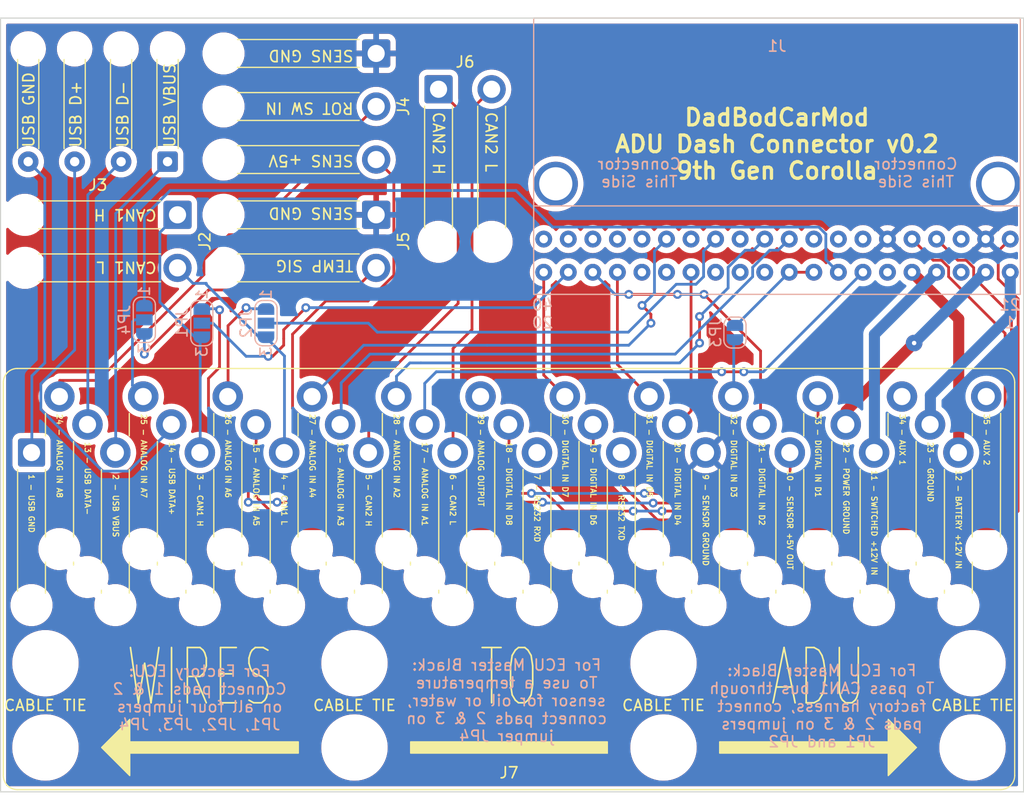
<source format=kicad_pcb>
(kicad_pcb (version 20211014) (generator pcbnew)
  (title_block (title "Corolla 9th Gen ADU Dash Connector") (date "2024-01-14") (rev "v0.2") (company "DadBodCarMod LLC") (comment 1 "Toyota 9th Gen Corolla (With or Without Drive-By-Wire)") (comment 2 "ECU Masters Advanced Display Unit (ADU)") (comment 3 "Without Anti-lock Brake System (ABS)") (comment 4 "Options for ECU Masters EMU Black or factory ECU"))
  (layers (0 "F.Cu" signal) (31 "B.Cu" signal) (34 "B.Paste" user) (35 "F.Paste" user) (36 "B.SilkS" user "B.Silkscreen") (37 "F.SilkS" user "F.Silkscreen") (38 "B.Mask" user) (39 "F.Mask" user) (44 "Edge.Cuts" user))
  (net 0 "")
  (net 1 "GND (B)")
  (net 2 "POWER GND (B)")
  (net 4 "SWITCHED 12V (R)")
  (net 5 "BATTERY 12V (R)")
  (net 7 "FUEL LEVEL (Y)")
  (net 8 "WATER TEMP (Y-R)")
  (net 9 "SPEED SENDOR (W-G)")
  (net 13 "HIGH BEAMS (L)")
  (net 16 "DOOR AJAR DRIVER (GR)")
  (net 17 "RUNNING LIGHTS (G)")
  (net 18 "TACHOMETER (B)")
  (net 19 "DOOR AJAR OTHERS (GR)")
  (net 20 "OIL PRES SW (W)")
  (net 21 "SENSOR GND (BR)")
  (net 23 "LEFT TURN (G)")
  (net 24 "RIGHT TURN (Y)")
  (net 28 "AMBIENT TEMP (L)")
  (net 29 "~ALTERNATOR (Y)")
  (net 31 "MALFUNCTION LAMP (R-Y)")
  (net 33 "BRAKE FLUID LEVEL (W)")
  (net 39 "CAN1.H (V)")
  (net 40 "CAN1.L (O)")
  (net 41 "USB VBUS (R)")
  (net 42 "USB DATA- (G)")
  (net 43 "USB DATA+ (W)")
  (net 44 "USB GND (B)")
  (net 45 "ROTARY SW (G)")
  (net 46 "SENSOR 5V (R)")
  (net 47 "OIL{slash}WATER TEMP CONN")
  (net 48 "CAN2.H")
  (net 49 "CAN2.L")
  (net 52 "A7 - OIL{slash}WATER TEMP")
  (net 53 "A6 - BAD LAMP")
  (net 55 "D3 - SPEED")
  (net 56 "D1 - RPM")
  (footprint "Connector_Wire:SolderWire-0.75sqmm_1x02_P4.8mm_D1.25mm_OD2.3mm_Relief" (layer "F.Cu") (at 109.6 46.44)
    (fp_text reference "J6" (at 2.4 -2.47) (layer "F.SilkS"))
    (fp_text value "CAN Bus Two (Optional)")
    (pad "" np_thru_hole circle (at 4.8 13.8) (size 2.8 2.8) (drill 2.8) (layers *.Cu *.Mask))
    (pad "" np_thru_hole circle (at 0 13.8) (size 2.8 2.8) (drill 2.8) (layers *.Cu *.Mask))
    (pad "1" thru_hole roundrect (at 0 0) (size 2.55 2.55) (drill 1.55) (layers *.Cu *.Mask) (roundrect_rratio 0.09803882353) (net 48 "CAN2.H"))
    (pad "2" thru_hole circle (at 4.8 0) (size 2.55 2.55) (drill 1.55) (layers *.Cu *.Mask) (net 49 "CAN2.L"))
  )
  (footprint "Connector_Wire:SolderWire-0.25sqmm_1x04_P4.2mm_D0.65mm_OD1.7mm_Relief" (layer "F.Cu") (at 85.1 52.99 180)
    (fp_text reference "J3" (at 6.3 -2.12) (layer "F.SilkS"))
    (fp_text value "USB Connector (Optional)")
    (pad "" np_thru_hole circle (at 8.4 10.2 180) (size 2.2 2.2) (drill 2.2) (layers *.Cu *.Mask))
    (pad "" np_thru_hole circle (at 12.6 10.2 180) (size 2.2 2.2) (drill 2.2) (layers *.Cu *.Mask))
    (pad "" np_thru_hole circle (at 0 10.2 180) (size 2.2 2.2) (drill 2.2) (layers *.Cu *.Mask))
    (pad "" np_thru_hole circle (at 4.2 10.2 180) (size 2.2 2.2) (drill 2.2) (layers *.Cu *.Mask))
    (pad "1" thru_hole roundrect (at 0 0 180) (size 1.85 1.85) (drill 0.85) (layers *.Cu *.Mask) (roundrect_rratio 0.1351351351) (net 41 "USB VBUS (R)"))
    (pad "2" thru_hole circle (at 4.2 0 180) (size 1.85 1.85) (drill 0.85) (layers *.Cu *.Mask) (net 42 "USB DATA- (G)"))
    (pad "3" thru_hole circle (at 8.4 0 180) (size 1.85 1.85) (drill 0.85) (layers *.Cu *.Mask) (net 43 "USB DATA+ (W)"))
    (pad "4" thru_hole circle (at 12.6 0 180) (size 1.85 1.85) (drill 0.85) (layers *.Cu *.Mask) (net 44 "USB GND (B)"))
  )
  (footprint "ecumaster:Wires for ADU Connector" (layer "F.Cu") (at 102 67.89)
    (fp_text reference "J7" (at 13.97 40.386 unlocked) (layer "F.SilkS"))
    (fp_text value "ADU_Connector")
    (fp_text user "21 - DIGITAL IN D2" (at 36.83 10.414 -90 unlocked) (layer "F.SilkS") (effects (font (size 0.5 0.5) (thickness 0.1)) (justify left)))
    (fp_text user "33 - DIGITAL IN D1" (at 41.91 7.874 -90 unlocked) (layer "F.SilkS") (effects (font (size 0.5 0.5) (thickness 0.1)) (justify left)))
    (fp_text user "14 - USB DATA+" (at -16.51 10.414 -90 unlocked) (layer "F.SilkS") (effects (font (size 0.5 0.5) (thickness 0.1)) (justify left)))
    (fp_text user "25 - ANALOG IN A7" (at -19.05 7.874 -90 unlocked) (layer "F.SilkS") (effects (font (size 0.5 0.5) (thickness 0.1)) (justify left)))
    (fp_text user "29 - ANALOG OUTPUT" (at 11.43 7.874 -90 unlocked) (layer "F.SilkS") (effects (font (size 0.5 0.5) (thickness 0.1)) (justify left)))
    (fp_text user "15 - ANALOG IN A5" (at -8.89 10.414 -90 unlocked) (layer "F.SilkS") (effects (font (size 0.5 0.5) (thickness 0.1)) (justify left)))
    (fp_text user " 1 - USB GND" (at -29.21 12.954 -90 unlocked) (layer "F.SilkS") (effects (font (size 0.5 0.5) (thickness 0.1)) (justify left)))
    (fp_text user " 2 - USB VBUS" (at -21.59 12.954 -90 unlocked) (layer "F.SilkS") (effects (font (size 0.5 0.5) (thickness 0.1)) (justify left)))
    (fp_text user "32 - DIGITAL IN D3" (at 34.29 7.874 -90 unlocked) (layer "F.SilkS") (effects (font (size 0.5 0.5) (thickness 0.1)) (justify left)))
    (fp_text user " 4 - CAN1 L" (at -6.35 12.954 -90 unlocked) (layer "F.SilkS") (effects (font (size 0.5 0.5) (thickness 0.1)) (justify left)))
    (fp_text user "22 - POWER GROUND" (at 44.45 10.414 -90 unlocked) (layer "F.SilkS") (effects (font (size 0.5 0.5) (thickness 0.1)) (justify left)))
    (fp_text user " 3 - CAN1 H" (at -13.97 12.954 -90 unlocked) (layer "F.SilkS") (effects (font (size 0.5 0.5) (thickness 0.1)) (justify left)))
    (fp_text user "16 - ANALOG IN A3" (at -1.27 10.414 -90 unlocked) (layer "F.SilkS") (effects (font (size 0.5 0.5) (thickness 0.1)) (justify left)))
    (fp_text user " 9 - SENSOR GROUND" (at 31.75 12.954 -90 unlocked) (layer "F.SilkS") (effects (font (size 0.5 0.5) (thickness 0.1)) (justify left)))
    (fp_text user "23 - GROUND" (at 52.07 10.414 -90 unlocked) (layer "F.SilkS") (effects (font (size 0.5 0.5) (thickness 0.1)) (justify left)))
    (fp_text user "CABLE TIE" (at -27.94 34.29 unlocked) (layer "F.SilkS"))
    (fp_text user "26 - ANALOG IN A6" (at -11.43 7.874 -90 unlocked) (layer "F.SilkS") (effects (font (size 0.5 0.5) (thickness 0.1)) (justify left)))
    (fp_text user "24 - ANALOG IN A8" (at -26.67 7.874 -90 unlocked) (layer "F.SilkS") (effects (font (size 0.5 0.5) (thickness 0.1)) (justify left)))
    (fp_text user "13 - USB DATA-" (at -24.13 10.414 -90 unlocked) (layer "F.SilkS") (effects (font (size 0.5 0.5) (thickness 0.1)) (justify left)))
    (fp_text user "CABLE TIE" (at 0 34.29 unlocked) (layer "F.SilkS"))
    (fp_text user "WIRES" (at -13.97 31.75 unlocked) (layer "F.SilkS") (effects (font (size 5 3))))
    (fp_text user "10 - SENSOR +5V OUT" (at 39.37 12.954 -90 unlocked) (layer "F.SilkS") (effects (font (size 0.5 0.5) (thickness 0.1)) (justify left)))
    (fp_text user "20 - DIGITAL IN D4" (at 29.21 10.414 -90 unlocked) (layer "F.SilkS") (effects (font (size 0.5 0.5) (thickness 0.1)) (justify left)))
    (fp_text user "ADU" (at 41.91 31.75 unlocked) (layer "F.SilkS") (effects (font (size 5 3))))
    (fp_text user "19 - DIGITAL IN D6" (at 21.59 10.414 -90 unlocked) (layer "F.SilkS") (effects (font (size 0.5 0.5) (thickness 0.1)) (justify left)))
    (fp_text user "CABLE TIE" (at 55.88 34.29 unlocked) (layer "F.SilkS"))
    (fp_text user "CABLE TIE" (at 27.94 34.29 unlocked) (layer "F.SilkS"))
    (fp_text user "27 - ANALOG IN A4" (at -3.81 7.874 -90 unlocked) (layer "F.SilkS") (effects (font (size 0.5 0.5) (thickness 0.1)) (justify left)))
    (fp_text user "11 - SWITCHED +12V IN" (at 46.99 12.954 -90 unlocked) (layer "F.SilkS") (effects (font (size 0.5 0.5) (thickness 0.1)) (justify left)))
    (fp_text user "12 - BATTERY +12V IN" (at 54.61 12.954 -90 unlocked) (layer "F.SilkS") (effects (font (size 0.5 0.5) (thickness 0.1)) (justify left)))
    (fp_text user "30 - DIGITAL IN D7" (at 19.05 7.874 -90 unlocked) (layer "F.SilkS") (effects (font (size 0.5 0.5) (thickness 0.1)) (justify left)))
    (fp_text user " 7 - RS232 RXD" (at 16.51 12.954 -90 unlocked) (layer "F.SilkS") (effects (font (size 0.5 0.5) (thickness 0.1)) (justify left)))
    (fp_text user " 6 - CAN2 L" (at 8.89 12.954 -90 unlocked) (layer "F.SilkS") (effects (font (size 0.5 0.5) (thickness 0.1)) (justify left)))
    (fp_text user "28 - ANALOG IN A2" (at 3.81 7.874 -90 unlocked) (layer "F.SilkS") (effects (font (size 0.5 0.5) (thickness 0.1)) (justify left)))
    (fp_text user " 5 - CAN2 H" (at 1.27 12.954 -90 unlocked) (layer "F.SilkS") (effects (font (size 0.5 0.5) (thickness 0.1)) (justify left)))
    (fp_text user "34 - AUX 1" (at 49.53 7.874 -90 unlocked) (layer "F.SilkS") (effects (font (size 0.5 0.5) (thickness 0.1)) (justify left)))
    (fp_text user "17 - ANALOG IN A1" (at 6.35 10.414 -90 unlocked) (layer "F.SilkS") (effects (font (size 0.5 0.5) (thickness 0.1)) (justify left)))
    (fp_text user "TO" (at 13.97 31.75 unlocked) (layer "F.SilkS") (effects (font (size 5 3))))
    (fp_text user " 8 - RS232 TXD" (at 24.13 12.954 -90 unlocked) (layer "F.SilkS") (effects (font (size 0.5 0.5) (thickness 0.1)) (justify left)))
    (fp_text user "35 - AUX 2" (at 57.15 7.874 -90 unlocked) (layer "F.SilkS") (effects (font (size 0.5 0.5) (thickness 0.1)) (justify left)))
    (fp_text user "31 - DIGITAL IN D5" (at 26.67 7.874 -90 unlocked) (layer "F.SilkS") (effects (font (size 0.5 0.5) (thickness 0.1)) (justify left)))
    (fp_text user "18 - DIGITAL IN D8" (at 13.97 10.414 -90 unlocked) (layer "F.SilkS") (effects (font (size 0.5 0.5) (thickness 0.1)) (justify left)))
    (pad "" np_thru_hole circle (at 36.8 22.679) (size 2.8 2.8) (drill 2.8) (layers *.Cu *.Mask))
    (pad "" np_thru_hole circle (at 16.5 25.219) (size 2.8 2.8) (drill 2.8) (layers *.Cu *.Mask))
    (pad "" np_thru_hole circle (at 6.32 22.679) (size 2.8 2.8) (drill 2.8) (layers *.Cu *.Mask))
    (pad "" np_thru_hole circle (at 13.94 22.679) (size 2.8 2.8) (drill 2.8) (layers *.Cu *.Mask))
    (pad "" np_thru_hole circle (at -6.36 25.219) (size 2.8 2.8) (drill 2.8) (layers *.Cu *.Mask))
    (pad "" np_thru_hole circle (at -21.62 25.219) (size 2.8 2.8) (drill 2.8) (layers *.Cu *.Mask))
    (pad "" np_thru_hole circle (at -24.14 22.679) (size 2.8 2.8) (drill 2.8) (layers *.Cu *.Mask))
    (pad "" np_thru_hole circle (at 27.94 30.48) (size 5 5) (drill 5) (layers F&B.Cu *.Mask))
    (pad "" np_thru_hole circle (at 55.88 38.1) (size 5 5) (drill 5) (layers F&B.Cu *.Mask))
    (pad "" np_thru_hole circle (at -13.98 25.219) (size 2.8 2.8) (drill 2.8) (layers *.Cu *.Mask))
    (pad "" np_thru_hole circle (at 44.42 22.679) (size 2.8 2.8) (drill 2.8) (layers *.Cu *.Mask))
    (pad "" np_thru_hole circle (at 39.36 25.219) (size 2.8 2.8) (drill 2.8) (layers *.Cu *.Mask))
    (pad "" np_thru_hole circle (at 29.18 22.679) (size 2.8 2.8) (drill 2.8) (layers *.Cu *.Mask))
    (pad "" np_thru_hole circle (at -26.68 20.15) (size 2.8 2.8) (drill 2.8) (layers *.Cu *.Mask))
    (pad "" np_thru_hole circle (at 27.94 38.1) (size 5 5) (drill 5) (layers F&B.Cu *.Mask))
    (pad "" np_thru_hole circle (at 8.88 25.219) (size 2.8 2.8) (drill 2.8) (layers *.Cu *.Mask))
    (pad "" np_thru_hole circle (at 24.12 25.219) (size 2.8 2.8) (drill 2.8) (layers *.Cu *.Mask))
    (pad "" np_thru_hole circle (at -16.56 22.679) (size 2.8 2.8) (drill 2.8) (layers *.Cu *.Mask))
    (pad "" np_thru_hole circle (at 0 38.1) (size 5 5) (drill 5) (layers F&B.Cu *.Mask))
    (pad "" np_thru_hole circle (at 19.02 20.15) (size 2.8 2.8) (drill 2.8) (layers *.Cu *.Mask))
    (pad "" np_thru_hole circle (at 54.6 25.219) (size 2.8 2.8) (drill 2.8) (layers *.Cu *.Mask))
    (pad "" np_thru_hole circle (at -3.84 20.15) (size 2.8 2.8) (drill 2.8) (layers *.Cu *.Mask))
    (pad "" np_thru_hole circle (at 1.26 25.219) (size 2.8 2.8) (drill 2.8) (layers *.Cu *.Mask))
    (pad "" np_thru_hole circle (at 26.64 20.15) (size 2.8 2.8) (drill 2.8) (layers *.Cu *.Mask))
    (pad "" np_thru_hole circle (at 3.78 20.15) (size 2.8 2.8) (drill 2.8) (layers *.Cu *.Mask))
    (pad "" np_thru_hole circle (at -29.2 25.219) (size 2.8 2.8) (drill 2.8) (layers *.Cu *.Mask))
    (pad "" np_thru_hole circle (at -11.46 20.15) (size 2.8 2.8) (drill 2.8) (layers *.Cu *.Mask))
    (pad "" np_thru_hole circle (at 21.56 22.679) (size 2.8 2.8) (drill 2.8) (layers *.Cu *.Mask))
    (pad "" np_thru_hole circle (at 41.88 20.15) (size 2.8 2.8) (drill 2.8) (layers *.Cu *.Mask))
    (pad "" np_thru_hole circle (at 52.04 22.679) (size 2.8 2.8) (drill 2.8) (layers *.Cu *.Mask))
    (pad "" np_thru_hole circle (at -8.92 22.679) (size 2.8 2.8) (drill 2.8) (layers *.Cu *.Mask))
    (pad "" np_thru_hole circle (at 46.98 25.219) (size 2.8 2.8) (drill 2.8) (layers *.Cu *.Mask))
    (pad "" np_thru_hole circle (at -27.94 30.48) (size 5 5) (drill 5) (layers F&B.Cu *.Mask))
    (pad "" np_thru_hole circle (at 55.88 30.48) (size 5 5) (drill 5) (layers F&B.Cu *.Mask))
    (pad "" np_thru_hole circle (at 31.74 25.219) (size 2.8 2.8) (drill 2.8) (layers *.Cu *.Mask))
    (pad "" np_thru_hole circle (at 34.26 20.15) (size 2.8 2.8) (drill 2.8) (layers *.Cu *.Mask))
    (pad "" np_thru_hole circle (at 0 30.48) (size 5 5) (drill 5) (layers F&B.Cu *.Mask))
    (pad "" np_thru_hole circle (at -1.3 22.679) (size 2.8 2.8) (drill 2.8) (layers *.Cu *.Mask))
    (pad "" np_thru_hole circle (at 49.5 20.15) (size 2.8 2.8) (drill 2.8) (layers *.Cu *.Mask))
    (pad "" np_thru_hole circle (at 11.4 20.15) (size 2.8 2.8) (drill 2.8) (layers *.Cu *.Mask))
    (pad "" np_thru_hole circle (at -27.94 38.1) (size 5 5) (drill 5) (layers F&B.Cu *.Mask))
    (pad "" np_thru_hole circle (at -19.1 20.15) (size 2.8 2.8) (drill 2.8) (layers *.Cu *.Mask))
    (pad "" np_thru_hole circle (at 57.12 20.15) (size 2.8 2.8) (drill 2.8) (layers *.Cu *.Mask))
    (pad "1" thru_hole roundrect (at -29.2 11.419) (size 2.45 2.55) (drill 1.55) (layers *.Cu *.Mask) (roundrect_rratio 0.09803918367) (net 44 "USB GND (B)"))
    (pad "2" thru_hole circle (at -21.62 11.419) (size 2.75 2.75) (drill 1.55) (layers *.Cu *.Mask) (net 41 "USB VBUS (R)"))
    (pad "3" thru_hole circle (at -13.98 11.419) (size 2.75 2.75) (drill 1.55) (layers *.Cu *.Mask) (net 39 "CAN1.H (V)"))
    (pad "4" thru_hole circle (at -6.36 11.419) (size 2.75 2.75) (drill 1.55) (layers *.Cu *.Mask) (net 40 "CAN1.L (O)"))
    (pad "5" thru_hole circle (at 1.26 11.419) (size 2.75 2.75) (drill 1.55) (layers *.Cu *.Mask) (net 48 "CAN2.H"))
    (pad "6" thru_hole circle (at 8.88 11.419) (size 2.75 2.75) (drill 1.55) (layers *.Cu *.Mask) (net 49 "CAN2.L"))
    (pad "7" thru_hole circle (at 16.5 11.419) (size 2.75 2.75) (drill 1.55) (layers *.Cu *.Mask))
    (pad "8" thru_hole circle (at 24.12 11.419) (size 2.75 2.75) (drill 1.55) (layers *.Cu *.Mask))
    (pad "9" thru_hole circle (at 31.74 11.419) (size 2.75 2.75) (drill 1.55) (layers *.Cu *.Mask) (net 21 "SENSOR GND (BR)"))
    (pad "10" thru_hole circle (at 39.36 11.419) (size 2.75 2.75) (drill 1.55) (layers *.Cu *.Mask) (net 46 "SENSOR 5V (R)"))
    (pad "11" thru_hole circle (at 46.98 11.419) (size 2.75 2.75) (drill 1.55) (layers *.Cu *.Mask) (net 4 "SWITCHED 12V (R)"))
    (pad "12" thru_hole circle (at 54.6 11.419) (size 2.75 2.75) (drill 1.55) (layers *.Cu *.Mask) (net 5 "BATTERY 12V (R)"))
    (pad "13" thru_hole circle (at -24.14 8.879) (size 2.75 2.75) (drill 1.55) (layers *.Cu *.Mask) (net 42 "USB DATA- (G)"))
    (pad "14" thru_hole circle (at -16.56 8.879) (size 2.75 2.75) (drill 1.55) (layers *.Cu *.Mask) (net 43 "USB DATA+ (W)"))
    (pad "15" thru_hole circle (at -8.92 8.879) (size 2.75 2.75) (drill 1.55) (layers *.Cu *.Mask) (net 20 "OIL PRES SW (W)"))
    (pad "16" thru_hole circle (at -1.3 8.879) (size 2.75 2.75) (drill 1.55) (layers *.Cu *.Mask) (net 28 "AMBIENT TEMP (L)"))
    (pad "17" thru_hole circle (at 6.32 8.879) (size 2.75 2.75) (drill 1.55) (layers *.Cu *.Mask) (net 7 "FUEL LEVEL (Y)"))
    (pad "18" thru_hole circle (at 13.94 8.879) (size 2.75 2.75) (drill 1.55) (layers *.Cu *.Mask) (net 24 "RIGHT TURN (Y)"))
    (pad "19" thru_hole circle (at 21.56 8.879) (size 2.75 2.75) (drill 1.55) (layers *.Cu *.Mask) (net 23 "LEFT TURN (G)"))
    (pad "20" thru_hole circle (at 29.18 8.879) (size 2.75 2.75) (drill 1.55) (layers *.Cu *.Mask) (net 13 "HIGH BEAMS (L)"))
    (pad "21" thru_hole circle (at 36.8 8.879) (size 2.75 2.75) (drill 1.55) (layers *.Cu *.Mask) (net 17 "RUNNING LIGHTS (G)"))
    (pad "22" thru_hole circle (at 44.42 8.879) (size 2.75 2.75) (drill 1.55) (layers *.Cu *.Mask) (net 2 "POWER GND (B)"))
    (pad "23" thru_hole circle (at 52.04 8.879) (size 2.75 2.75) (drill 1.55) (layers *.Cu *.Mask) (net 1 "GND (B)"))
    (pad "24" thru_hole circle (at -26.68 6.35) (size 2.75 2.75) (drill 1.55) (layers *.Cu *.Mask) (net 45 "ROTARY SW (G)"))
    (pad "25" thru_hole circle (at -19.1 6.35) (size 2.75 2.75) (drill 1.55) (layers *.Cu *.Mask) (net 52 "A7 - OIL{slash}WATER TEMP"))
    (pad "26" thru_hole circle (at -11.46 6.35) (size 2.75 2.75) (drill 1.55) (layers *.Cu *.Mask) (net 53 "A6 - BAD LAMP"))
    (pad "27" thru_hole circle (at -3.84 6.35) (size 2.75 2.75) (drill 1.55) (layers *.Cu *.Mask) (net 33 "BRAKE FLUID LEVEL (W)"))
    (pad "28" thru_hole circle (at 3.78 6.35) (size 2.75 2.75) (drill 1.55) (layers *.Cu *.Mask) (net 29 "~ALTERNATOR (Y)"))
    (pad "29" thru_hole circle (at 11.4 6.35) (size 2.75 2.75) (drill 1.55) (layers *.Cu *.Mask))
    (pad "30" thru_hole circle (at 19.02 6.35) (size 2.75 2.75) (drill 1.55) (layers *.Cu *.Mask) (net 19 "DOOR AJAR OTHERS (GR)"))
    (pad "31" thru_hole circle (at 26.64 6.35) (size 2.75 2.75) (drill 1.55) (layers *.Cu *.Mask) (net 16 "DOOR AJAR DRIVER (GR)"))
    (pad "32" thru_hole circle (at 34.26 6.35) (size 2.75 2.75) (drill 1.55) (layers *.Cu *.Mask) (net 55 "D3 - SPEED"))
    (pad "33" thru_hole circle (at 41.88 6.35) (size 2.75 2.75) (drill 1.55) (layers *.Cu *.Mask) (net 56 "D1 - RPM"))
    (pad "34" thru_hole circle (at 49.5 6.35) (size 2.75 2.75) (drill 1.55) (layers *.Cu *.Mask))
    (pad "35" thru_hole circle (at 57.12 6.35) (size 2.75 2.75) (drill 1.55) (layers *.Cu *.Mask))
  )
  (footprint "Connector_Wire:SolderWire-0.75sqmm_1x02_P4.8mm_D1.25mm_OD2.3mm_Relief" (layer "F.Cu") (at 103.96 57.8 -90)
    (fp_text reference "J5" (at 2.4 -2.47 90) (layer "F.SilkS"))
    (fp_text value "Oil/Water Temp Sensor (Optional)")
    (pad "" np_thru_hole circle (at 4.8 13.8 270) (size 2.8 2.8) (drill 2.8) (layers *.Cu *.Mask))
    (pad "" np_thru_hole circle (at 0 13.8 270) (size 2.8 2.8) (drill 2.8) (layers *.Cu *.Mask))
    (pad "1" thru_hole roundrect (at 0 0 270) (size 2.55 2.55) (drill 1.55) (layers *.Cu *.Mask) (roundrect_rratio 0.09803882353) (net 21 "SENSOR GND (BR)"))
    (pad "2" thru_hole circle (at 4.8 0 270) (size 2.55 2.55) (drill 1.55) (layers *.Cu *.Mask) (net 47 "OIL{slash}WATER TEMP CONN"))
  )
  (footprint "Connector_Wire:SolderWire-0.75sqmm_1x02_P4.8mm_D1.25mm_OD2.3mm_Relief" (layer "F.Cu") (at 86 57.8 -90)
    (fp_text reference "J2" (at 2.4 -2.47 90) (layer "F.SilkS"))
    (fp_text value "CAN Bus to ECU")
    (pad "" np_thru_hole circle (at 0 13.8 270) (size 2.8 2.8) (drill 2.8) (layers *.Cu *.Mask))
    (pad "" np_thru_hole circle (at 4.8 13.8 270) (size 2.8 2.8) (drill 2.8) (layers *.Cu *.Mask))
    (pad "1" thru_hole roundrect (at 0 0 270) (size 2.55 2.55) (drill 1.55) (layers *.Cu *.Mask) (roundrect_rratio 0.09803882353) (net 39 "CAN1.H (V)"))
    (pad "2" thru_hole circle (at 4.8 0 270) (size 2.55 2.55) (drill 1.55) (layers *.Cu *.Mask) (net 40 "CAN1.L (O)"))
  )
  (footprint "Connector_Wire:SolderWire-0.75sqmm_1x03_P4.8mm_D1.25mm_OD2.3mm_Relief" (layer "F.Cu") (at 103.96 43.2 -90)
    (fp_text reference "J4" (at 4.8 -2.47 90) (layer "F.SilkS"))
    (fp_text value "Rotary Switch (Optional)")
    (pad "" np_thru_hole circle (at 4.8 13.8 270) (size 2.8 2.8) (drill 2.8) (layers *.Cu *.Mask))
    (pad "" np_thru_hole circle (at 0 13.8 270) (size 2.8 2.8) (drill 2.8) (layers *.Cu *.Mask))
    (pad "" np_thru_hole circle (at 9.6 13.8 270) (size 2.8 2.8) (drill 2.8) (layers *.Cu *.Mask))
    (pad "1" thru_hole roundrect (at 0 0 270) (size 2.55 2.55) (drill 1.55) (layers *.Cu *.Mask) (roundrect_rratio 0.09803882353) (net 21 "SENSOR GND (BR)"))
    (pad "2" thru_hole circle (at 4.8 0 270) (size 2.55 2.55) (drill 1.55) (layers *.Cu *.Mask) (net 45 "ROTARY SW (G)"))
    (pad "3" thru_hole circle (at 9.6 0 270) (size 2.55 2.55) (drill 1.55) (layers *.Cu *.Mask) (net 46 "SENSOR 5V (R)"))
  )
  (footprint "Jumper:SolderJumper-3_P1.3mm_Open_RoundedPad1.0x1.5mm_NumberLabels" (layer "B.Cu") (at 83 67.3 -90)
    (fp_text reference "JP4" (at 0 1.8 90) (layer "B.SilkS") (effects (justify mirror)))
    (fp_text value "SolderJumper_3_Open")
    (fp_text user "1" (at -2.6 0 90) (layer "B.SilkS") (effects (justify mirror)))
    (fp_text user "3" (at 2.6 0 90) (layer "B.SilkS") (effects (justify mirror)))
    (pad "1" smd custom (at -1.3 0 270) (size 1 0.5) (layers "B.Cu" "B.Mask") (net 8 "WATER TEMP (Y-R)") (options (clearance outline) (anchor rect)) (primitives (gr_circle (center 0 -0.25) (end 0.5 -0.25) (width 0) (fill yes)) (gr_circle (center 0 0.25) (end 0.5 0.25) (width 0) (fill yes)) (gr_poly (pts (xy 0.55 -0.75) (xy 0 -0.75) (xy 0 0.75) (xy 0.55 0.75)) (width 0) (fill yes))))
    (pad "2" smd rect (at 0 0 270) (size 1 1.5) (layers "B.Cu" "B.Mask") (net 52 "A7 - OIL{slash}WATER TEMP"))
    (pad "3" smd custom (at 1.3 0 270) (size 1 0.5) (layers "B.Cu" "B.Mask") (net 47 "OIL{slash}WATER TEMP CONN") (options (clearance outline) (anchor rect)) (primitives (gr_circle (center 0 -0.25) (end 0.5 -0.25) (width 0) (fill yes)) (gr_circle (center 0 0.25) (end 0.5 0.25) (width 0) (fill yes)) (gr_poly (pts (xy 0 -0.75) (xy -0.55 -0.75) (xy -0.55 0.75) (xy 0 0.75)) (width 0) (fill yes))))
  )
  (footprint "toyota:2006 Corolla Dash Connector" (layer "B.Cu") (at 140.2 39.995 180)
    (fp_text reference "J1" (at 0 -2.54 unlocked) (layer "B.SilkS") (effects (justify mirror)))
    (fp_text value "Corolla Dash Connector")
    (pad "" thru_hole circle (at 20 -15) (size 4 4) (drill 3) (layers *.Cu *.Mask))
    (pad "" thru_hole circle (at -20 -15) (size 4 4) (drill 3) (layers *.Cu *.Mask))
    (pad "1" thru_hole circle (at -21.09 -23) (size 1.524 1.524) (drill 0.762) (layers *.Cu *.Mask) (net 1 "GND (B)"))
    (pad "2" thru_hole circle (at -18.87 -23) (size 1.524 1.524) (drill 0.762) (layers *.Cu *.Mask) (net 2 "POWER GND (B)"))
    (pad "3" thru_hole circle (at -16.65 -23) (size 1.524 1.524) (drill 0.762) (layers *.Cu *.Mask))
    (pad "4" thru_hole circle (at -14.43 -23) (size 1.524 1.524) (drill 0.762) (layers *.Cu *.Mask) (net 4 "SWITCHED 12V (R)"))
    (pad "5" thru_hole circle (at -12.21 -23) (size 1.524 1.524) (drill 0.762) (layers *.Cu *.Mask) (net 5 "BATTERY 12V (R)"))
    (pad "6" thru_hole circle (at -9.99 -23) (size 1.524 1.524) (drill 0.762) (layers *.Cu *.Mask))
    (pad "7" thru_hole circle (at -7.77 -23) (size 1.524 1.524) (drill 0.762) (layers *.Cu *.Mask) (net 7 "FUEL LEVEL (Y)"))
    (pad "8" thru_hole circle (at -5.55 -23) (size 1.524 1.524) (drill 0.762) (layers *.Cu *.Mask) (net 8 "WATER TEMP (Y-R)"))
    (pad "9" thru_hole circle (at -3.33 -23) (size 1.524 1.524) (drill 0.762) (layers *.Cu *.Mask) (net 9 "SPEED SENDOR (W-G)"))
    (pad "10" thru_hole circle (at -1.11 -23) (size 1.524 1.524) (drill 0.762) (layers *.Cu *.Mask) (net 9 "SPEED SENDOR (W-G)"))
    (pad "11" thru_hole circle (at 1.11 -23) (size 1.524 1.524) (drill 0.762) (layers *.Cu *.Mask))
    (pad "12" thru_hole circle (at 3.33 -23) (size 1.524 1.524) (drill 0.762) (layers *.Cu *.Mask))
    (pad "13" thru_hole circle (at 5.55 -23) (size 1.524 1.524) (drill 0.762) (layers *.Cu *.Mask))
    (pad "14" thru_hole circle (at 7.77 -23) (size 1.524 1.524) (drill 0.762) (layers *.Cu *.Mask) (net 13 "HIGH BEAMS (L)"))
    (pad "15" thru_hole circle (at 9.99 -23) (size 1.524 1.524) (drill 0.762) (layers *.Cu *.Mask))
    (pad "16" thru_hole circle (at 12.21 -23) (size 1.524 1.524) (drill 0.762) (layers *.Cu *.Mask))
    (pad "17" thru_hole circle (at 14.43 -23) (size 1.524 1.524) (drill 0.762) (layers *.Cu *.Mask) (net 16 "DOOR AJAR DRIVER (GR)"))
    (pad "18" thru_hole circle (at 16.65 -23) (size 1.524 1.524) (drill 0.762) (layers *.Cu *.Mask) (net 17 "RUNNING LIGHTS (G)"))
    (pad "19" thru_hole circle (at 18.87 -23) (size 1.524 1.524) (drill 0.762) (layers *.Cu *.Mask) (net 18 "TACHOMETER (B)"))
    (pad "20" thru_hole circle (at 21.09 -23) (size 1.524 1.524) (drill 0.762) (layers *.Cu *.Mask) (net 19 "DOOR AJAR OTHERS (GR)"))
    (pad "21" thru_hole circle (at -21.09 -20) (size 1.524 1.524) (drill 0.762) (layers *.Cu *.Mask) (net 20 "OIL PRES SW (W)"))
    (pad "22" thru_hole circle (at -18.87 -20) (size 1.524 1.524) (drill 0.762) (layers *.Cu *.Mask) (net 21 "SENSOR GND (BR)"))
    (pad "23" thru_hole circle (at -16.65 -20) (size 1.524 1.524) (drill 0.762) (layers *.Cu *.Mask))
    (pad "24" thru_hole circle (at -14.43 -20) (size 1.524 1.524) (drill 0.762) (layers *.Cu *.Mask) (net 23 "LEFT TURN (G)"))
    (pad "25" thru_hole circle (at -12.21 -20) (size 1.524 1.524) (drill 0.762) (layers *.Cu *.Mask) (net 24 "RIGHT TURN (Y)"))
    (pad "26" thru_hole circle (at -9.99 -20) (size 1.524 1.524) (drill 0.762) (layers *.Cu *.Mask) (net 21 "SENSOR GND (BR)"))
    (pad "27" thru_hole circle (at -7.77 -20) (size 1.524 1.524) (drill 0.762) (layers *.Cu *.Mask))
    (pad "28" thru_hole circle (at -5.55 -20) (size 1.524 1.524) (drill 0.762) (layers *.Cu *.Mask))
    (pad "29" thru_hole circle (at -3.33 -20) (size 1.524 1.524) (drill 0.762) (layers *.Cu *.Mask))
    (pad "30" thru_hole circle (at -1.11 -20) (size 1.524 1.524) (drill 0.762) (layers *.Cu *.Mask) (net 28 "AMBIENT TEMP (L)"))
    (pad "31" thru_hole circle (at 1.11 -20) (size 1.524 1.524) (drill 0.762) (layers *.Cu *.Mask) (net 29 "~ALTERNATOR (Y)"))
    (pad "32" thru_hole circle (at 3.33 -20) (size 1.524 1.524) (drill 0.762) (layers *.Cu *.Mask))
    (pad "33" thru_hole circle (at 5.55 -20) (size 1.524 1.524) (drill 0.762) (layers *.Cu *.Mask) (net 31 "MALFUNCTION LAMP (R-Y)"))
    (pad "34" thru_hole circle (at 7.77 -20) (size 1.524 1.524) (drill 0.762) (layers *.Cu *.Mask))
    (pad "35" thru_hole circle (at 9.99 -20) (size 1.524 1.524) (drill 0.762) (layers *.Cu *.Mask) (net 33 "BRAKE FLUID LEVEL (W)"))
    (pad "36" thru_hole circle (at 12.21 -20) (size 1.524 1.524) (drill 0.762) (layers *.Cu *.Mask))
    (pad "37" thru_hole circle (at 14.43 -20) (size 1.524 1.524) (drill 0.762) (layers *.Cu *.Mask))
    (pad "38" thru_hole circle (at 16.65 -20) (size 1.524 1.524) (drill 0.762) (layers *.Cu *.Mask))
    (pad "39" thru_hole circle (at 18.87 -20) (size 1.524 1.524) (drill 0.762) (layers *.Cu *.Mask))
    (pad "40" thru_hole circle (at 21.09 -20) (size 1.524 1.524) (drill 0.762) (layers *.Cu *.Mask))
  )
  (footprint "Jumper:SolderJumper-2_P1.3mm_Open_RoundedPad1.0x1.5mm" (layer "B.Cu") (at 136.4 68.45 90)
    (fp_text reference "JP3" (at 0 -1.75 90) (layer "B.SilkS") (effects (justify mirror)))
    (fp_text value "SolderJumper_2_Open")
    (pad "1" smd custom (at -0.65 0 90) (size 1 0.5) (layers "B.Cu" "B.Mask") (net 55 "D3 - SPEED") (options (clearance outline) (anchor rect)) (primitives (gr_circle (center 0 -0.25) (end 0.5 -0.25) (width 0) (fill yes)) (gr_circle (center 0 0.25) (end 0.5 0.25) (width 0) (fill yes)) (gr_poly (pts (xy 0.5 -0.75) (xy 0 -0.75) (xy 0 0.75) (xy 0.5 0.75)) (width 0) (fill yes))))
    (pad "2" smd custom (at 0.65 0 90) (size 1 0.5) (layers "B.Cu" "B.Mask") (net 9 "SPEED SENDOR (W-G)") (options (clearance outline) (anchor rect)) (primitives (gr_circle (center 0 -0.25) (end 0.5 -0.25) (width 0) (fill yes)) (gr_circle (center 0 0.25) (end 0.5 0.25) (width 0) (fill yes)) (gr_poly (pts (xy 0 -0.75) (xy -0.5 -0.75) (xy -0.5 0.75) (xy 0 0.75)) (width 0) (fill yes))))
  )
  (footprint "Jumper:SolderJumper-3_P1.3mm_Open_RoundedPad1.0x1.5mm_NumberLabels" (layer "B.Cu") (at 88.2 67.6 -90)
    (fp_text reference "JP1" (at 0 1.8 90) (layer "B.SilkS") (effects (justify mirror)))
    (fp_text value "SolderJumper_3_Open")
    (fp_text user "3" (at 2.6 0 90) (layer "B.SilkS") (effects (justify mirror)))
    (fp_text user "1" (at -2.6 0 90) (layer "B.SilkS") (effects (justify mirror)))
    (pad "1" smd custom (at -1.3 0 270) (size 1 0.5) (layers "B.Cu" "B.Mask") (net 56 "D1 - RPM") (options (clearance outline) (anchor rect)) (primitives (gr_circle (center 0 -0.25) (end 0.5 -0.25) (width 0) (fill yes)) (gr_circle (center 0 0.25) (end 0.5 0.25) (width 0) (fill yes)) (gr_poly (pts (xy 0.55 -0.75) (xy 0 -0.75) (xy 0 0.75) (xy 0.55 0.75)) (width 0) (fill yes))))
    (pad "2" smd rect (at 0 0 270) (size 1 1.5) (layers "B.Cu" "B.Mask") (net 18 "TACHOMETER (B)"))
    (pad "3" smd custom (at 1.3 0 270) (size 1 0.5) (layers "B.Cu" "B.Mask") (net 39 "CAN1.H (V)") (options (clearance outline) (anchor rect)) (primitives (gr_circle (center 0 -0.25) (end 0.5 -0.25) (width 0) (fill yes)) (gr_circle (center 0 0.25) (end 0.5 0.25) (width 0) (fill yes)) (gr_poly (pts (xy 0 -0.75) (xy -0.55 -0.75) (xy -0.55 0.75) (xy 0 0.75)) (width 0) (fill yes))))
  )
  (footprint "Jumper:SolderJumper-3_P1.3mm_Open_RoundedPad1.0x1.5mm_NumberLabels" (layer "B.Cu") (at 94 67.6 -90)
    (fp_text reference "JP2" (at 0 1.8 90) (layer "B.SilkS") (effects (justify mirror)))
    (fp_text value "SolderJumper_3_Open")
    (fp_text user "1" (at -2.6 0 90) (layer "B.SilkS") (effects (justify mirror)))
    (fp_text user "3" (at 2.6 0 90) (layer "B.SilkS") (effects (justify mirror)))
    (pad "1" smd custom (at -1.3 0 270) (size 1 0.5) (layers "B.Cu" "B.Mask") (net 53 "A6 - BAD LAMP") (options (clearance outline) (anchor rect)) (primitives (gr_circle (center 0 -0.25) (end 0.5 -0.25) (width 0) (fill yes)) (gr_circle (center 0 0.25) (end 0.5 0.25) (width 0) (fill yes)) (gr_poly (pts (xy 0.55 -0.75) (xy 0 -0.75) (xy 0 0.75) (xy 0.55 0.75)) (width 0) (fill yes))))
    (pad "2" smd rect (at 0 0 270) (size 1 1.5) (layers "B.Cu" "B.Mask") (net 31 "MALFUNCTION LAMP (R-Y)"))
    (pad "3" smd custom (at 1.3 0 270) (size 1 0.5) (layers "B.Cu" "B.Mask") (net 40 "CAN1.L (O)") (options (clearance outline) (anchor rect)) (primitives (gr_circle (center 0 -0.25) (end 0.5 -0.25) (width 0) (fill yes)) (gr_circle (center 0 0.25) (end 0.5 0.25) (width 0) (fill yes)) (gr_poly (pts (xy 0 -0.75) (xy -0.55 -0.75) (xy -0.55 0.75) (xy 0 0.75)) (width 0) (fill yes))))
  )
  (gr_line (start 70 40) (end 162.5 40) (layer "Edge.Cuts") (width 0.1))
  (gr_line (start 162.5 40) (end 162.5 110) (layer "Edge.Cuts") (width 0.1))
  (gr_line (start 70 110) (end 162.5 110) (layer "Edge.Cuts") (width 0.1))
  (gr_line (start 70 40) (end 70 110) (layer "Edge.Cuts") (width 0.1))
  (gr_text "DadBodCarMod\nADU Dash Connector v0.2\n9th Gen Corolla" (at 140.2 51.4) (layer "F.Cu") (effects (font (size 1.5 1.5) (thickness 0.3))))
  (gr_text "For Factory ECU:\nConnect pads 1 & 2\non all four jumpers\nJP1, JP2, JP3, JP4" (at 88 101.5) (layer "B.SilkS") (effects (font (size 1 1)) (justify mirror)))
  (gr_text "For ECU Master Black:\nTo use a temperature\nsensor for oil or water,\nconnect pads 2 & 3 on\njumper JP4" (at 115.75 101.75) (layer "B.SilkS") (effects (font (size 1 1)) (justify mirror)))
  (gr_text "For ECU Master Black:\nTo pass CAN1 bus through\nfactory harness, connect\npads 2 & 3 on jumpers\nJP1 and JP2" (at 144.25 102.25) (layer "B.SilkS") (effects (font (size 1 1)) (justify mirror)))
  (gr_text "Connector\nThis Side" (at 127.75 54) (layer "B.SilkS") (effects (font (size 1 1)) (justify mirror)))
  (gr_text "21\n1" (at 161.25 66.75) (layer "B.SilkS") (effects (font (size 1 1)) (justify mirror)))
  (gr_text "Connector\nThis Side" (at 152.75 54) (layer "B.SilkS") (effects (font (size 1 1)) (justify mirror)))
  (gr_text "40\n20" (at 119 66.75) (layer "B.SilkS") (effects (font (size 1 1)) (justify mirror)))
  (gr_text "SENS +5V" (at 102 52.9 180) (layer "F.SilkS") (effects (font (size 1 1)) (justify left)))
  (gr_text "DadBodCarMod\nADU Dash Connector v0.2\n9th Gen Corolla" (at 140.2 51.4) (layer "F.SilkS") (effects (font (size 1.5 1.5) (thickness 0.3))))
  (gr_text "TEMP SIG" (at 102 62.4 180) (layer "F.SilkS") (effects (font (size 1 1)) (justify left)))
  (gr_text "CAN1 L" (at 84.2 62.55 180) (layer "F.SilkS") (effects (font (size 1 1)) (justify left)))
  (gr_text "CAN2 L" (at 114.35 48.4 270) (layer "F.SilkS") (effects (font (size 1 1)) (justify left)))
  (gr_text "USB D+" (at 76.8 51.8 90) (layer "F.SilkS") (effects (font (size 1 1)) (justify left)))
  (gr_text "CAN1 H" (at 84.2 57.8 180) (layer "F.SilkS") (effects (font (size 1 1)) (justify left)))
  (gr_text "USB GND" (at 72.55 51.8 90) (layer "F.SilkS") (effects (font (size 1 1)) (justify left)))
  (gr_text "USB D-" (at 81.05 51.805 90) (layer "F.SilkS") (effects (font (size 1 1)) (justify left)))
  (gr_text "SENS GND" (at 102 43.4 180) (layer "F.SilkS") (effects (font (size 1 1)) (justify left)))
  (gr_text "CAN2 H" (at 109.6 48.4 270) (layer "F.SilkS") (effects (font (size 1 1)) (justify left)))
  (gr_text "SENS GND" (at 102 57.65 180) (layer "F.SilkS") (effects (font (size 1 1)) (justify left)))
  (gr_text "ROT SW IN" (at 102 48.15 180) (layer "F.SilkS") (effects (font (size 1 1)) (justify left)))
  (gr_text "USB VBUS" (at 85.3 51.805 90) (layer "F.SilkS") (effects (font (size 1 1)) (justify left)))
  (segment (start 161.29 62.995) (end 161.29 66.91) (width 1) (layer "B.Cu") (net 1))
  (segment (start 161.29 66.91) (end 154.07 74.13) (width 1) (layer "B.Cu") (net 1))
  (segment (start 154.07 74.13) (end 154.07 76.769) (width 1) (layer "B.Cu") (net 1))
  (segment (start 146.45 75.55) (end 146.45 76.769) (width 1) (layer "F.Cu") (net 2))
  (segment (start 152.6 69.4) (end 146.45 75.55) (width 1) (layer "F.Cu") (net 2))
  (via (at 152.6 69.4) (size 1.5) (drill 0.4) (layers "F.Cu" "B.Cu") (net 2))
  (segment (start 159.07 62.995) (end 159.005 62.995) (width 1) (layer "B.Cu") (net 2))
  (segment (start 159.005 62.995) (end 152.6 69.4) (width 1) (layer "B.Cu") (net 2))
  (segment (start 149.01 68.615) (end 154.63 62.995) (width 1) (layer "B.Cu") (net 4))
  (segment (start 149.01 79.309) (end 149.01 68.615) (width 1) (layer "B.Cu") (net 4))
  (segment (start 156.63 79.309) (end 156.63 67.215) (width 1) (layer "F.Cu") (net 5))
  (segment (start 156.63 67.215) (end 152.41 62.995) (width 1) (layer "F.Cu") (net 5))
  (segment (start 135.2 72) (end 137.2 72) (width 0.25) (layer "F.Cu") (net 7))
  (via (at 135.2 72) (size 0.8) (drill 0.4) (layers "F.Cu" "B.Cu") (net 7))
  (via (at 137.2 72) (size 0.8) (drill 0.4) (layers "F.Cu" "B.Cu") (net 7))
  (segment (start 115.6 72) (end 134.8 72) (width 0.25) (layer "B.Cu") (net 7))
  (segment (start 108.35 76.769) (end 108.35 73.05) (width 0.25) (layer "B.Cu") (net 7))
  (segment (start 108.35 73.05) (end 109.4 72) (width 0.25) (layer "B.Cu") (net 7))
  (segment (start 138.965 72) (end 147.97 62.995) (width 0.25) (layer "B.Cu") (net 7))
  (segment (start 109.4 72) (end 112 72) (width 0.25) (layer "B.Cu") (net 7))
  (segment (start 112 72) (end 115.6 72) (width 0.25) (layer "B.Cu") (net 7))
  (segment (start 134.8 72) (end 135.2 72) (width 0.25) (layer "B.Cu") (net 7))
  (segment (start 137.2 72) (end 138.965 72) (width 0.25) (layer "B.Cu") (net 7))
  (segment (start 144.616511 61.861511) (end 145.75 62.995) (width 0.25) (layer "B.Cu") (net 8))
  (segment (start 116.6 55.6) (end 119.908489 58.908489) (width 0.25) (layer "B.Cu") (net 8))
  (segment (start 83 66) (end 83 57.937506) (width 0.25) (layer "B.Cu") (net 8))
  (segment (start 119.908489 58.908489) (end 143.980049 58.908489) (width 0.25) (layer "B.Cu") (net 8))
  (segment (start 83 57.937506) (end 85.337506 55.6) (width 0.25) (layer "B.Cu") (net 8))
  (segment (start 144.616511 59.544951) (end 144.616511 61.861511) (width 0.25) (layer "B.Cu") (net 8))
  (segment (start 85.337506 55.6) (end 116.6 55.6) (width 0.25) (layer "B.Cu") (net 8))
  (segment (start 143.980049 58.908489) (end 144.616511 59.544951) (width 0.25) (layer "B.Cu") (net 8))
  (segment (start 143.53 62.995) (end 141.31 62.995) (width 0.25) (layer "F.Cu") (net 9))
  (segment (start 136.505 67.8) (end 141.31 62.995) (width 0.25) (layer "B.Cu") (net 9))
  (segment (start 136.4 67.8) (end 136.505 67.8) (width 0.25) (layer "B.Cu") (net 9))
  (segment (start 132.43 62.995) (end 132.43 75.549) (width 0.25) (layer "F.Cu") (net 13))
  (segment (start 132.43 75.549) (end 131.21 76.769) (width 0.25) (layer "F.Cu") (net 13))
  (segment (start 125.77 71.34) (end 125.77 62.995) (width 0.25) (layer "F.Cu") (net 16))
  (segment (start 128.67 74.24) (end 125.77 71.34) (width 0.25) (layer "F.Cu") (net 16))
  (segment (start 138.71548 70.11548) (end 133.6 65) (width 0.25) (layer "F.Cu") (net 17))
  (segment (start 138.83 76.769) (end 138.71548 76.65448) (width 0.25) (layer "F.Cu") (net 17))
  (segment (start 138.71548 76.65448) (end 138.71548 70.11548) (width 0.25) (layer "F.Cu") (net 17))
  (segment (start 131.2 65) (end 126.8 65) (width 0.25) (layer "F.Cu") (net 17))
  (via (at 133.6 65) (size 0.8) (drill 0.4) (layers "F.Cu" "B.Cu") (net 17))
  (via (at 131.2 65) (size 0.8) (drill 0.4) (layers "F.Cu" "B.Cu") (net 17))
  (via (at 126.8 65) (size 0.8) (drill 0.4) (layers "F.Cu" "B.Cu") (net 17))
  (segment (start 126.8 65) (end 125.555 65) (width 0.25) (layer "B.Cu") (net 17))
  (segment (start 125.555 65) (end 123.55 62.995) (width 0.25) (layer "B.Cu") (net 17))
  (segment (start 133.6 65) (end 131.2 65) (width 0.25) (layer "B.Cu") (net 17))
  (segment (start 94.2 70.6) (end 94.6 70.6) (width 0.25) (layer "F.Cu") (net 18))
  (segment (start 95.6 68.2) (end 97.6 66.2) (width 0.25) (layer "F.Cu") (net 18))
  (segment (start 95.6 69) (end 95.6 68.2) (width 0.25) (layer "F.Cu") (net 18))
  (segment (start 94.6 70.6) (end 95.6 69.6) (width 0.25) (layer "F.Cu") (net 18))
  (segment (start 95.6 69.6) (end 95.6 69) (width 0.25) (layer "F.Cu") (net 18))
  (via (at 97.6 66.2) (size 0.8) (drill 0.4) (layers "F.Cu" "B.Cu") (net 18))
  (via (at 94.2 70.6) (size 0.8) (drill 0.4) (layers "F.Cu" "B.Cu") (net 18))
  (segment (start 88.2 67.6) (end 89.2 67.6) (width 0.25) (layer "B.Cu") (net 18))
  (segment (start 118.125 66.2) (end 121.33 62.995) (width 0.25) (layer "B.Cu") (net 18))
  (segment (start 92.2 70.6) (end 94.2 70.6) (width 0.25) (layer "B.Cu") (net 18))
  (segment (start 89.2 67.6) (end 92.2 70.6) (width 0.25) (layer "B.Cu") (net 18))
  (segment (start 97.6 66.2) (end 118.125 66.2) (width 0.25) (layer "B.Cu") (net 18))
  (segment (start 121.05 74.24) (end 119.11 72.3) (width 0.25) (layer "F.Cu") (net 19))
  (segment (start 119.11 72.3) (end 119.11 62.995) (width 0.25) (layer "F.Cu") (net 19))
  (segment (start 96 86.2) (end 93.11 83.31) (width 0.25) (layer "F.Cu") (net 20))
  (segment (start 162 84.6) (end 160.4 86.2) (width 0.25) (layer "F.Cu") (net 20))
  (segment (start 93.11 83.31) (end 93.11 76.769) (width 0.25) (layer "F.Cu") (net 20))
  (segment (start 162 65.4) (end 162 84.6) (width 0.25) (layer "F.Cu") (net 20))
  (segment (start 160.203489 63.603489) (end 162 65.4) (width 0.25) (layer "F.Cu") (net 20))
  (segment (start 160.4 86.2) (end 96 86.2) (width 0.25) (layer "F.Cu") (net 20))
  (segment (start 160.203489 61.081511) (end 160.203489 63.603489) (width 0.25) (layer "F.Cu") (net 20))
  (segment (start 161.29 59.995) (end 160.203489 61.081511) (width 0.25) (layer "F.Cu") (net 20))
  (segment (start 160.4 85.4) (end 129.378506 85.4) (width 0.25) (layer "F.Cu") (net 23))
  (segment (start 123.59 79.611494) (end 123.59 76.769) (width 0.25) (layer "F.Cu") (net 23))
  (segment (start 161.4 66.86156) (end 161.4 84.4) (width 0.25) (layer "F.Cu") (net 23))
  (segment (start 156.543489 61.908489) (end 157.308489 61.908489) (width 0.25) (layer "F.Cu") (net 23))
  (segment (start 157.308489 61.908489) (end 157.983489 62.583489) (width 0.25) (layer "F.Cu") (net 23))
  (segment (start 154.63 59.995) (end 156.543489 61.908489) (width 0.25) (layer "F.Cu") (net 23))
  (segment (start 129.378506 85.4) (end 123.59 79.611494) (width 0.25) (layer "F.Cu") (net 23))
  (segment (start 157.983489 62.583489) (end 157.983489 63.445049) (width 0.25) (layer "F.Cu") (net 23))
  (segment (start 161.4 84.4) (end 160.4 85.4) (width 0.25) (layer "F.Cu") (net 23))
  (segment (start 157.983489 63.445049) (end 161.4 66.86156) (width 0.25) (layer "F.Cu") (net 23))
  (segment (start 155.080049 61.908489) (end 155.716511 62.544951) (width 0.25) (layer "F.Cu") (net 24))
  (segment (start 127.2 84.6) (end 120.958506 84.6) (width 0.25) (layer "F.Cu") (net 24))
  (segment (start 115.97 79.611494) (end 115.97 76.769) (width 0.25) (layer "F.Cu") (net 24))
  (segment (start 160.829511 68.530471) (end 160.829511 83.970489) (width 0.25) (layer "F.Cu") (net 24))
  (segment (start 155.716511 62.544951) (end 155.716511 63.398071) (width 0.25) (layer "F.Cu") (net 24))
  (segment (start 159.91844 67.6194) (end 160.829511 68.530471) (width 0.25) (layer "F.Cu") (net 24))
  (segment (start 159.91844 67.6) (end 159.91844 67.6194) (width 0.25) (layer "F.Cu") (net 24))
  (segment (start 152.41 59.995) (end 154.323489 61.908489) (width 0.25) (layer "F.Cu") (net 24))
  (segment (start 160.829511 83.970489) (end 160.2 84.6) (width 0.25) (layer "F.Cu") (net 24))
  (segment (start 155.716511 63.398071) (end 159.91844 67.6) (width 0.25) (layer "F.Cu") (net 24))
  (segment (start 160.2 84.6) (end 129.8 84.6) (width 0.25) (layer "F.Cu") (net 24))
  (segment (start 120.958506 84.6) (end 115.97 79.611494) (width 0.25) (layer "F.Cu") (net 24))
  (segment (start 154.323489 61.908489) (end 155.080049 61.908489) (width 0.25) (layer "F.Cu") (net 24))
  (via (at 129.8 84.6) (size 0.8) (drill 0.4) (layers "F.Cu" "B.Cu") (net 24))
  (via (at 127.2 84.6) (size 0.8) (drill 0.4) (layers "F.Cu" "B.Cu") (net 24))
  (segment (start 129.8 84.6) (end 127.2 84.6) (width 0.25) (layer "B.Cu") (net 24))
  (segment (start 139.54844 61) (end 140.305 61) (width 0.25) (layer "B.Cu") (net 28))
  (segment (start 100.73 76.769) (end 100.8 76.699) (width 0.25) (layer "B.Cu") (net 28))
  (segment (start 140.305 61) (end 141.31 59.995) (width 0.25) (layer "B.Cu") (net 28))
  (segment (start 103.4 70.4) (end 131.00156 70.4) (width 0.25) (layer "B.Cu") (net 28))
  (segment (start 100.8 76.699) (end 100.8 73) (width 0.25) (layer "B.Cu") (net 28))
  (segment (start 100.8 73) (end 103.4 70.4) (width 0.25) (layer "B.Cu") (net 28))
  (segment (start 131.00156 70.4) (end 138 63.40156) (width 0.25) (layer "B.Cu") (net 28))
  (segment (start 138 62.54844) (end 139.54844 61) (width 0.25) (layer "B.Cu") (net 28))
  (segment (start 138 63.40156) (end 138 62.54844) (width 0.25) (layer "B.Cu") (net 28))
  (segment (start 133.2 69.4) (end 133.2 67) (width 0.25) (layer "F.Cu") (net 29))
  (via (at 133.2 67) (size 0.8) (drill 0.4) (layers "F.Cu" "B.Cu") (net 29))
  (via (at 133.2 69.4) (size 0.8) (drill 0.4) (layers "F.Cu" "B.Cu") (net 29))
  (segment (start 131.4 71.2) (end 133.2 69.4) (width 0.25) (layer "B.Cu") (net 29))
  (segment (start 135.783489 64.416511) (end 135.783489 62.544951) (width 0.25) (layer "B.Cu") (net 29))
  (segment (start 105.8 74.23) (end 105.8 72.4) (width 0.25) (layer "B.Cu") (net 29))
  (segment (start 135.783489 62.544951) (end 137.32844 61) (width 0.25) (layer "B.Cu") (net 29))
  (segment (start 108 71.2) (end 112.4 71.2) (width 0.25) (layer "B.Cu") (net 29))
  (segment (start 138.085 61) (end 139.09 59.995) (width 0.25) (layer "B.Cu") (net 29))
  (segment (start 137.32844 61) (end 138.085 61) (width 0.25) (layer "B.Cu") (net 29))
  (segment (start 107 71.2) (end 108 71.2) (width 0.25) (layer "B.Cu") (net 29))
  (segment (start 112.4 71.2) (end 131.4 71.2) (width 0.25) (layer "B.Cu") (net 29))
  (segment (start 133.2 67) (end 135.783489 64.416511) (width 0.25) (layer "B.Cu") (net 29))
  (segment (start 105.8 72.4) (end 107 71.2) (width 0.25) (layer "B.Cu") (net 29))
  (segment (start 133.563489 63.398071) (end 133.563489 61.081511) (width 0.25) (layer "B.Cu") (net 31))
  (segment (start 104.064968 68.414521) (end 126.760865 68.414521) (width 0.25) (layer "B.Cu") (net 31))
  (segment (start 126.760865 68.414521) (end 131.093875 64.081511) (width 0.25) (layer "B.Cu") (net 31))
  (segment (start 103.250447 67.6) (end 104.064968 68.414521) (width 0.25) (layer "B.Cu") (net 31))
  (segment (start 133.563489 61.081511) (end 134.65 59.995) (width 0.25) (layer "B.Cu") (net 31))
  (segment (start 131.093875 64.081511) (end 132.880049 64.081511) (width 0.25) (layer "B.Cu") (net 31))
  (segment (start 94 67.6) (end 103.250447 67.6) (width 0.25) (layer "B.Cu") (net 31))
  (segment (start 132.880049 64.081511) (end 133.563489 63.398071) (width 0.25) (layer "B.Cu") (net 31))
  (segment (start 128.8 67.6) (end 128.8 66.8) (width 0.25) (layer "F.Cu") (net 33))
  (segment (start 128.8 66.8) (end 128 66) (width 0.25) (layer "F.Cu") (net 33))
  (via (at 128 66) (size 0.8) (drill 0.4) (layers "F.Cu" "B.Cu") (net 33))
  (via (at 128.8 67.6) (size 0.8) (drill 0.4) (layers "F.Cu" "B.Cu") (net 33))
  (segment (start 102.83 69.6) (end 114 69.6) (width 0.25) (layer "B.Cu") (net 33))
  (segment (start 129.123489 61.081511) (end 130.21 59.995) (width 0.25) (layer "B.Cu") (net 33))
  (segment (start 114 69.6) (end 126.8 69.6) (width 0.25) (layer "B.Cu") (net 33))
  (segment (start 98.19 74.24) (end 102.83 69.6) (width 0.25) (layer "B.Cu") (net 33))
  (segment (start 128 66) (end 129.123489 64.876511) (width 0.25) (layer "B.Cu") (net 33))
  (segment (start 126.8 69.6) (end 128.8 67.6) (width 0.25) (layer "B.Cu") (net 33))
  (segment (start 129.123489 64.876511) (end 129.123489 61.081511) (width 0.25) (layer "B.Cu") (net 33))
  (segment (start 84.400489 65.699511) (end 84.400489 59.399511) (width 0.25) (layer "B.Cu") (net 39))
  (segment (start 84.400489 59.399511) (end 86 57.8) (width 0.25) (layer "B.Cu") (net 39))
  (segment (start 87.600978 68.9) (end 84.400489 65.699511) (width 0.25) (layer "B.Cu") (net 39))
  (segment (start 88.2 68.9) (end 87.600978 68.9) (width 0.25) (layer "B.Cu") (net 39))
  (segment (start 88.05 69.05) (end 88.2 68.9) (width 0.25) (layer "B.Cu") (net 39))
  (segment (start 88.05 79.309) (end 88.05 69.05) (width 0.25) (layer "B.Cu") (net 39))
  (segment (start 94 68.9) (end 93.400978 68.9) (width 0.25) (layer "B.Cu") (net 40))
  (segment (start 93.400978 68.9) (end 88.6 64.099022) (width 0.25) (layer "B.Cu") (net 40))
  (segment (start 87.4 64) (end 86 62.6) (width 0.25) (layer "B.Cu") (net 40))
  (segment (start 95.67 79.309) (end 95.67 70.57) (width 0.25) (layer "B.Cu") (net 40))
  (segment (start 88.6 64) (end 87.4 64) (width 0.25) (layer "B.Cu") (net 40))
  (segment (start 95.67 70.57) (end 94 68.9) (width 0.25) (layer "B.Cu") (net 40))
  (segment (start 88.6 64.099022) (end 88.6 64) (width 0.25) (layer "B.Cu") (net 40))
  (segment (start 80.41 57.68) (end 85.1 52.99) (width 0.25) (layer "B.Cu") (net 41))
  (segment (start 80.41 79.309) (end 80.41 57.68) (width 0.25) (layer "B.Cu") (net 41))
  (segment (start 77.89 76.769) (end 77.89 56) (width 0.25) (layer "B.Cu") (net 42))
  (segment (start 77.89 56) (end 80.9 52.99) (width 0.25) (layer "B.Cu") (net 42))
  (segment (start 76.7 52.99) (end 76.7 70.027506) (width 0.25) (layer "B.Cu") (net 43))
  (segment (start 81.592983 80.988511) (end 85.47 77.111494) (width 0.25) (layer "B.Cu") (net 43))
  (segment (start 85.47 77.111494) (end 85.47 76.769) (width 0.25) (layer "B.Cu") (net 43))
  (segment (start 73.640489 75.401983) (end 79.227017 80.988511) (width 0.25) (layer "B.Cu") (net 43))
  (segment (start 73.640489 73.087017) (end 73.640489 75.401983) (width 0.25) (layer "B.Cu") (net 43))
  (segment (start 79.227017 80.988511) (end 81.592983 80.988511) (width 0.25) (layer "B.Cu") (net 43))
  (segment (start 76.7 70.027506) (end 73.640489 73.087017) (width 0.25) (layer "B.Cu") (net 43))
  (segment (start 72.83 72.37) (end 74 71.2) (width 0.25) (layer "B.Cu") (net 44))
  (segment (start 72.83 79.309) (end 72.83 72.37) (width 0.25) (layer "B.Cu") (net 44))
  (segment (start 74 71.2) (end 74 54.49) (width 0.25) (layer "B.Cu") (net 44))
  (segment (start 74 54.49) (end 72.5 52.99) (width 0.25) (layer "B.Cu") (net 44))
  (segment (start 78.819553 72.780447) (end 88.385479 63.214521) (width 0.25) (layer "F.Cu") (net 45))
  (segment (start 92.36 59.6) (end 103.96 48) (width 0.25) (layer "F.Cu") (net 45))
  (segment (start 75.35 74.24) (end 75.35 72.780447) (width 0.25) (layer "F.Cu") (net 45))
  (segment (start 75.35 72.780447) (end 78.819553 72.780447) (width 0.25) (layer "F.Cu") (net 45))
  (segment (start 88.385479 61.864968) (end 90.650447 59.6) (width 0.25) (layer "F.Cu") (net 45))
  (segment (start 90.650447 59.6) (end 92.36 59.6) (width 0.25) (layer "F.Cu") (net 45))
  (segment (start 88.385479 63.214521) (end 88.385479 61.864968) (width 0.25) (layer "F.Cu") (net 45))
  (segment (start 139.6 83) (end 141.39 81.21) (width 0.25) (layer "F.Cu") (net 46))
  (segment (start 99.4 65.6) (end 96.4 68.6) (width 0.25) (layer "F.Cu") (net 46))
  (segment (start 139.6 83) (end 128.2 83) (width 0.25) (layer "F.Cu") (net 46))
  (segment (start 104.087506 83) (end 96.4 75.312494) (width 0.25) (layer "F.Cu") (net 46))
  (segment (start 105.55952 63.262531) (end 103.222051 65.6) (width 0.25) (layer "F.Cu") (net 46))
  (segment (start 103.96 52.8) (end 105.55952 54.39952) (width 0.25) (layer "F.Cu") (net 46))
  (segment (start 105.55952 54.39952) (end 105.55952 63.262531) (width 0.25) (layer "F.Cu") (net 46))
  (segment (start 103.222051 65.6) (end 99.4 65.6) (width 0.25) (layer "F.Cu") (net 46))
  (segment (start 118 83) (end 104.087506 83) (width 0.25) (layer "F.Cu") (net 46))
  (segment (start 141.39 81.21) (end 141.39 79.309) (width 0.25) (layer "F.Cu") (net 46))
  (segment (start 96.4 68.6) (end 96.4 75.312494) (width 0.25) (layer "F.Cu") (net 46))
  (via (at 118 83) (size 0.8) (drill 0.4) (layers "F.Cu" "B.Cu") (net 46))
  (via (at 128.2 83) (size 0.8) (drill 0.4) (layers "F.Cu" "B.Cu") (net 46))
  (segment (start 118 83) (end 128.2 83) (width 0.25) (layer "B.Cu") (net 46))
  (segment (start 101.96 64.6) (end 103.96 62.6) (width 0.25) (layer "F.Cu") (net 47))
  (segment (start 83 70.4) (end 88.8 64.6) (width 0.25) (layer "F.Cu") (net 47))
  (segment (start 88.8 64.6) (end 101.96 64.6) (width 0.25) (layer "F.Cu") (net 47))
  (via (at 83 70.4) (size 0.8) (drill 0.4) (layers "F.Cu" "B.Cu") (net 47))
  (segment (start 83 68.6) (end 83 70.4) (width 0.25) (layer "B.Cu") (net 47))
  (segment (start 111.374521 65.812985) (end 111.374521 48.214521) (width 0.25) (layer "F.Cu") (net 48))
  (segment (start 103.29 73.897506) (end 111.374521 65.812985) (width 0.25) (layer "F.Cu") (net 48))
  (segment (start 103.29 79.309) (end 103.29 73.897506) (width 0.25) (layer "F.Cu") (net 48))
  (segment (start 111.374521 48.214521) (end 109.6 46.44) (width 0.25) (layer "F.Cu") (net 48))
  (segment (start 112.625479 48.214521) (end 114.4 46.44) (width 0.25) (layer "F.Cu") (net 49))
  (segment (start 112.625479 68.174521) (end 112.625479 48.214521) (width 0.25) (layer "F.Cu") (net 49))
  (segment (start 110.91 69.89) (end 112.625479 68.174521) (width 0.25) (layer "F.Cu") (net 49))
  (segment (start 110.91 79.309) (end 110.91 69.89) (width 0.25) (layer "F.Cu") (net 49))
  (segment (start 81.92548 67.47452) (end 82.1 67.3) (width 0.25) (layer "B.Cu") (net 52))
  (segment (start 82.1 67.3) (end 83 67.3) (width 0.25) (layer "B.Cu") (net 52))
  (segment (start 81.92548 73.23548) (end 81.92548 67.47452) (width 0.25) (layer "B.Cu") (net 52))
  (segment (start 82.93 74.24) (end 81.92548 73.23548) (width 0.25) (layer "B.Cu") (net 52))
  (segment (start 90.57 67.83) (end 90.57 74.24) (width 0.25) (layer "F.Cu") (net 53))
  (segment (start 92.2 66.2) (end 90.57 67.83) (width 0.25) (layer "F.Cu") (net 53))
  (via (at 92.2 66.2) (size 0.8) (drill 0.4) (layers "F.Cu" "B.Cu") (net 53))
  (segment (start 94 66.3) (end 92.3 66.3) (width 0.25) (layer "B.Cu") (net 53))
  (segment (start 92.3 66.3) (end 92.2 66.2) (width 0.25) (layer "B.Cu") (net 53))
  (segment (start 136.29 69.21) (end 136.4 69.1) (width 0.25) (layer "B.Cu") (net 55))
  (segment (start 136.29 74.24) (end 136.29 69.21) (width 0.25) (layer "B.Cu") (net 55))
  (segment (start 89.8 71.6) (end 88.8 72.6) (width 0.25) (layer "F.Cu") (net 56))
  (segment (start 95 83.8) (end 119 83.8) (width 0.25) (layer "F.Cu") (net 56))
  (segment (start 88.8 75.332494) (end 92.4 78.932494) (width 0.25) (layer "F.Cu") (net 56))
  (segment (start 143.91 74.24) (end 143.91 80.49) (width 0.25) (layer "F.Cu") (net 56))
  (segment (start 140.6 83.8) (end 140.5245 83.8755) (width 0.25) (layer "F.Cu") (net 56))
  (segment (start 92.4 78.932494) (end 92.4 80.4) (width 0.25) (layer "F.Cu") (net 56))
  (segment (start 143.91 80.49) (end 140.6 83.8) (width 0.25) (layer "F.Cu") (net 56))
  (segment (start 89.8 66.4) (end 89.8 71.6) (width 0.25) (layer "F.Cu") (net 56))
  (segment (start 88.8 72.6) (end 88.8 75.332494) (width 0.25) (layer "F.Cu") (net 56))
  (segment (start 92.4 80.4) (end 92.4 83.8) (width 0.25) (layer "F.Cu") (net 56))
  (segment (start 140.5245 83.8755) (end 129.001552 83.8755) (width 0.25) (layer "F.Cu") (net 56))
  (via (at 129.001552 83.8755) (size 0.8) (drill 0.4) (layers "F.Cu" "B.Cu") (net 56))
  (via (at 92.4 83.8) (size 0.8) (drill 0.4) (layers "F.Cu" "B.Cu") (net 56))
  (via (at 95 83.8) (size 0.8) (drill 0.4) (layers "F.Cu" "B.Cu") (net 56))
  (via (at 89.8 66.4) (size 0.8) (drill 0.4) (layers "F.Cu" "B.Cu") (net 56))
  (via (at 119 83.8) (size 0.8) (drill 0.4) (layers "F.Cu" "B.Cu") (net 56))
  (segment (start 129.001552 83.8755) (end 119.0755 83.8755) (width 0.25) (layer "B.Cu") (net 56))
  (segment (start 88.2 66.3) (end 89.7 66.3) (width 0.25) (layer "B.Cu") (net 56))
  (segment (start 119.0755 83.8755) (end 119 83.8) (width 0.25) (layer "B.Cu") (net 56))
  (segment (start 92.4 83.8) (end 95 83.8) (width 0.25) (layer "B.Cu") (net 56))
  (segment (start 89.7 66.3) (end 89.8 66.4) (width 0.25) (layer "B.Cu") (net 56))
  (zone (net 21) (net_name "SENSOR GND (BR)") (layers F&B.Cu) (connect_pads (clearance 0.508)) (min_thickness 0.254) (fill yes (thermal_gap 0.508) (thermal_bridge_width 0.508))
    (polygon (pts (xy 162.4 110) (xy 70 110) (xy 70 40) (xy 162.4 40)))
  )
)
</source>
